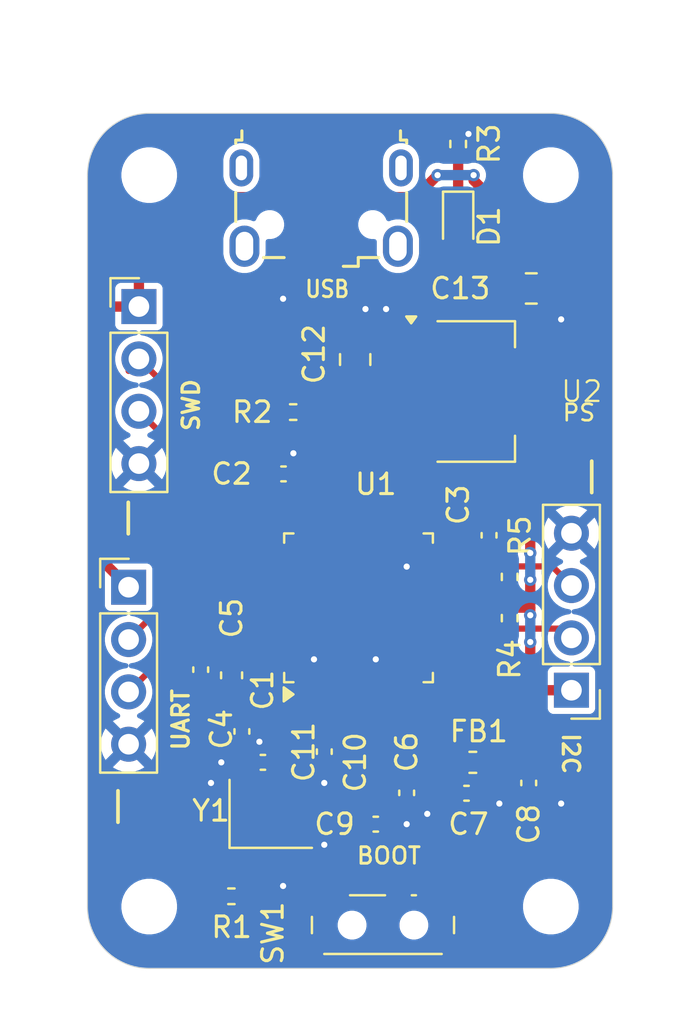
<source format=kicad_pcb>
(kicad_pcb (version 20241229) (generator "pcbnew") (generator_version "9.0")
  (layers (0 "F.Cu" signal) (2 "B.Cu" signal) (13 "F.Paste" user) (15 "B.Paste" user) (5 "F.SilkS" user "F.Silkscreen") (7 "B.SilkS" user "B.Silkscreen") (1 "F.Mask" user) (3 "B.Mask" user) (25 "Edge.Cuts" user))
  (net 0 "")
  (net 1 "GND")
  (net 2 "+3.3V")
  (net 3 "+3.3VA")
  (net 4 "/NRST")
  (net 5 "/HSE_OUT")
  (net 6 "/HSE_IN")
  (net 7 "VBUS")
  (net 8 "Net-(D1-K)")
  (net 13 "/USB_D-")
  (net 14 "/USB_D+")
  (net 16 "/SWCLK")
  (net 17 "/SWDIO")
  (net 18 "/USART1_RX")
  (net 19 "/USART1_TX")
  (net 20 "/I2C2_SCL")
  (net 21 "/I2C2_SDA")
  (net 22 "Net-(SW1-B)")
  (net 23 "Net-(U1-BOOT0)")
  (footprint "LED_SMD:LED_0603_1608Metric" (layer "F.Cu") (at 84.5 43.7875 -90)
    (property "Reference" "D1" (at 0.2125 -1.5 90) (layer "F.SilkS"))
    (property "Value" "RED")
    (pad "1" smd roundrect (at -0.7875 0 270) (size 0.875 0.95) (layers "F.Cu" "F.Mask" "F.Paste") (net 8 "Net-(D1-K)"))
    (pad "2" smd roundrect (at 0.7875 0 270) (size 0.875 0.95) (layers "F.Cu" "F.Mask" "F.Paste") (net 2 "+3.3V"))
  )
  (footprint "Capacitor_SMD:C_0402_1005Metric" (layer "F.Cu") (at 76.02 56)
    (property "Reference" "C2" (at -2.52 0 0) (layer "F.SilkS"))
    (property "Value" "100n")
    (pad "1" smd roundrect (at -0.48 0) (size 0.56 0.62) (layers "F.Cu" "F.Mask" "F.Paste") (net 2 "+3.3V"))
    (pad "2" smd roundrect (at 0.48 0) (size 0.56 0.62) (layers "F.Cu" "F.Mask" "F.Paste") (net 1 "GND"))
  )
  (footprint "Connector_PinHeader_2.54mm:PinHeader_1x04_P2.54mm_Vertical" (layer "F.Cu") (at 68.5 61.5)
    (property "Reference" "J3" (hide yes))
    (property "Value" "Conn_01x04_Pin")
    (pad "1" thru_hole rect (at 0 0) (size 1.7 1.7) (drill 1) (layers "*.Cu" "*.Mask") (net 2 "+3.3V"))
    (pad "2" thru_hole circle (at 0 2.54) (size 1.7 1.7) (drill 1) (layers "*.Cu" "*.Mask") (net 19 "/USART1_TX"))
    (pad "3" thru_hole circle (at 0 5.08) (size 1.7 1.7) (drill 1) (layers "*.Cu" "*.Mask") (net 18 "/USART1_RX"))
    (pad "4" thru_hole circle (at 0 7.62) (size 1.7 1.7) (drill 1) (layers "*.Cu" "*.Mask") (net 1 "GND"))
  )
  (footprint "Connector_PinHeader_2.54mm:PinHeader_1x04_P2.54mm_Vertical" (layer "F.Cu") (at 69 47.88)
    (property "Reference" "J2" (hide yes))
    (property "Value" "Conn_01x04_Pin")
    (pad "1" thru_hole rect (at 0 0) (size 1.7 1.7) (drill 1) (layers "*.Cu" "*.Mask") (net 2 "+3.3V"))
    (pad "2" thru_hole circle (at 0 2.54) (size 1.7 1.7) (drill 1) (layers "*.Cu" "*.Mask") (net 17 "/SWDIO"))
    (pad "3" thru_hole circle (at 0 5.08) (size 1.7 1.7) (drill 1) (layers "*.Cu" "*.Mask") (net 16 "/SWCLK"))
    (pad "4" thru_hole circle (at 0 7.62) (size 1.7 1.7) (drill 1) (layers "*.Cu" "*.Mask") (net 1 "GND"))
  )
  (footprint "Resistor_SMD:R_0402_1005Metric" (layer "F.Cu") (at 84.5 39.99 90)
    (property "Reference" "R3" (at 0.01 1.5 90) (layer "F.SilkS"))
    (property "Value" "1k5")
    (pad "1" smd roundrect (at -0.51 0 90) (size 0.54 0.64) (layers "F.Cu" "F.Mask" "F.Paste") (net 8 "Net-(D1-K)"))
    (pad "2" smd roundrect (at 0.51 0 90) (size 0.54 0.64) (layers "F.Cu" "F.Mask" "F.Paste") (net 1 "GND"))
  )
  (footprint "Capacitor_SMD:C_0402_1005Metric" (layer "F.Cu") (at 72 65.5 90)
    (property "Reference" "C1" (at -1 3 90) (layer "F.SilkS"))
    (property "Value" "100n")
    (pad "1" smd roundrect (at -0.48 0 90) (size 0.56 0.62) (layers "F.Cu" "F.Mask" "F.Paste") (net 2 "+3.3V"))
    (pad "2" smd roundrect (at 0.48 0 90) (size 0.56 0.62) (layers "F.Cu" "F.Mask" "F.Paste") (net 1 "GND"))
  )
  (footprint "Inductor_SMD:L_0603_1608Metric" (layer "F.Cu") (at 85.2125 70)
    (property "Reference" "FB1" (at 0.2875 -1.5 0) (layer "F.SilkS"))
    (property "Value" "120R")
    (pad "1" smd roundrect (at -0.7875 0) (size 0.875 0.95) (layers "F.Cu" "F.Mask" "F.Paste") (net 3 "+3.3VA"))
    (pad "2" smd roundrect (at 0.7875 0) (size 0.875 0.95) (layers "F.Cu" "F.Mask" "F.Paste") (net 2 "+3.3V"))
  )
  (footprint "Capacitor_SMD:C_0402_1005Metric" (layer "F.Cu") (at 80.5 73)
    (property "Reference" "C9" (at -2 0 0) (layer "F.SilkS"))
    (property "Value" "100n")
    (pad "1" smd roundrect (at -0.48 0) (size 0.56 0.62) (layers "F.Cu" "F.Mask" "F.Paste") (net 4 "/NRST"))
    (pad "2" smd roundrect (at 0.48 0) (size 0.56 0.62) (layers "F.Cu" "F.Mask" "F.Paste") (net 1 "GND"))
  )
  (footprint "Capacitor_SMD:C_0402_1005Metric" (layer "F.Cu") (at 84.905 71.5)
    (property "Reference" "C7" (at 0.095 1.5 0) (layer "F.SilkS"))
    (property "Value" "1u")
    (pad "1" smd roundrect (at -0.48 0) (size 0.56 0.62) (layers "F.Cu" "F.Mask" "F.Paste") (net 3 "+3.3VA"))
    (pad "2" smd roundrect (at 0.48 0) (size 0.56 0.62) (layers "F.Cu" "F.Mask" "F.Paste") (net 1 "GND"))
  )
  (footprint "Resistor_SMD:R_0402_1005Metric" (layer "F.Cu") (at 76.49 53 180)
    (property "Reference" "R2" (at 1.99 0 0) (layer "F.SilkS"))
    (property "Value" "1k5")
    (pad "1" smd roundrect (at -0.51 0 180) (size 0.54 0.64) (layers "F.Cu" "F.Mask" "F.Paste") (net 14 "/USB_D+"))
    (pad "2" smd roundrect (at 0.51 0 180) (size 0.54 0.64) (layers "F.Cu" "F.Mask" "F.Paste") (net 2 "+3.3V"))
  )
  (footprint "Resistor_SMD:R_0402_1005Metric" (layer "F.Cu") (at 87 63 90)
    (property "Reference" "R4" (at -2 0 90) (layer "F.SilkS"))
    (property "Value" "1k5")
    (pad "1" smd roundrect (at -0.51 0 90) (size 0.54 0.64) (layers "F.Cu" "F.Mask" "F.Paste") (net 20 "/I2C2_SCL"))
    (pad "2" smd roundrect (at 0.51 0 90) (size 0.54 0.64) (layers "F.Cu" "F.Mask" "F.Paste") (net 2 "+3.3V"))
  )
  (footprint "Capacitor_SMD:C_0402_1005Metric" (layer "F.Cu") (at 78 69.48 -90)
    (property "Reference" "C10" (at 0.52 -1.5 90) (layer "F.SilkS"))
    (property "Value" "10p")
    (pad "1" smd roundrect (at -0.48 0 270) (size 0.56 0.62) (layers "F.Cu" "F.Mask" "F.Paste") (net 5 "/HSE_OUT"))
    (pad "2" smd roundrect (at 0.48 0 270) (size 0.56 0.62) (layers "F.Cu" "F.Mask" "F.Paste") (net 1 "GND"))
  )
  (footprint "MountingHole:MountingHole_2.2mm_M2" (layer "F.Cu") (at 69.5 77)
    (property "Reference" "H4" (hide yes))
    (property "Value" "MountingHole")
    (pad "" np_thru_hole circle (at 0 0) (size 2.2 2.2) (drill 2.2) (layers "*.Cu" "*.Mask"))
  )
  (footprint "Resistor_SMD:R_0402_1005Metric" (layer "F.Cu") (at 73.49 76.5 180)
    (property "Reference" "R1" (at -0.01 -1.5 0) (layer "F.SilkS"))
    (property "Value" "10K")
    (pad "1" smd roundrect (at -0.51 0 180) (size 0.54 0.64) (layers "F.Cu" "F.Mask" "F.Paste") (net 22 "Net-(SW1-B)"))
    (pad "2" smd roundrect (at 0.51 0 180) (size 0.54 0.64) (layers "F.Cu" "F.Mask" "F.Paste") (net 23 "Net-(U1-BOOT0)"))
  )
  (footprint "Capacitor_SMD:C_0603_1608Metric" (layer "F.Cu") (at 73.5 65.775 90)
    (property "Reference" "C5" (at 2.775 0 90) (layer "F.SilkS"))
    (property "Value" "10u")
    (pad "1" smd roundrect (at -0.775 0 90) (size 0.9 0.95) (layers "F.Cu" "F.Mask" "F.Paste") (net 2 "+3.3V"))
    (pad "2" smd roundrect (at 0.775 0 90) (size 0.9 0.95) (layers "F.Cu" "F.Mask" "F.Paste") (net 1 "GND"))
  )
  (footprint "Capacitor_SMD:C_0805_2012Metric" (layer "F.Cu") (at 79.5 50.45 90)
    (property "Reference" "C12" (at 0.261252 -2 90) (layer "F.SilkS"))
    (property "Value" "22u")
    (pad "1" smd roundrect (at -0.95 0 90) (size 1 1.45) (layers "F.Cu" "F.Mask" "F.Paste") (net 7 "VBUS"))
    (pad "2" smd roundrect (at 0.95 0 90) (size 1 1.45) (layers "F.Cu" "F.Mask" "F.Paste") (net 1 "GND"))
  )
  (footprint "Package_TO_SOT_SMD:SOT-223-3_TabPin2" (layer "F.Cu") (at 85.35 52)
    (property "Reference" "U2" (at 5.15 0 0) (layer "F.SilkS") (effects (font (thickness 0.11))))
    (property "Value" "AMS1117-3.3")
    (pad "1" smd roundrect (at -3.15 -2.3) (size 2 1.5) (layers "F.Cu" "F.Mask" "F.Paste") (net 1 "GND"))
    (pad "2" smd roundrect (at -3.15 0) (size 2 1.5) (layers "F.Cu" "F.Mask" "F.Paste") (net 2 "+3.3V"))
    (pad "2" smd roundrect (at 3.15 0) (size 2 3.8) (layers "F.Cu" "F.Mask" "F.Paste") (net 2 "+3.3V"))
    (pad "3" smd roundrect (at -3.15 2.3) (size 2 1.5) (layers "F.Cu" "F.Mask" "F.Paste") (net 7 "VBUS"))
  )
  (footprint "Capacitor_SMD:C_0402_1005Metric" (layer "F.Cu") (at 87.925 71 -90)
    (property "Reference" "C8" (at 2 0 90) (layer "F.SilkS"))
    (property "Value" "1u")
    (pad "1" smd roundrect (at -0.48 0 270) (size 0.56 0.62) (layers "F.Cu" "F.Mask" "F.Paste") (net 2 "+3.3V"))
    (pad "2" smd roundrect (at 0.48 0 270) (size 0.56 0.62) (layers "F.Cu" "F.Mask" "F.Paste") (net 1 "GND"))
  )
  (footprint "Package_QFP:LQFP-48_7x7mm_P0.5mm" (layer "F.Cu") (at 79.6625 62.5 90)
    (property "Reference" "U1" (at 6 0.8375 180) (layer "F.SilkS"))
    (property "Value" "STM32F103C8T6")
    (pad "1" smd roundrect (at -4.1625 -2.75 90) (size 1.475 0.3) (layers "F.Cu" "F.Mask" "F.Paste") (net 2 "+3.3V"))
    (pad "2" smd roundrect (at -4.1625 -2.25 90) (size 1.475 0.3) (layers "F.Cu" "F.Mask" "F.Paste"))
    (pad "3" smd roundrect (at -4.1625 -1.75 90) (size 1.475 0.3) (layers "F.Cu" "F.Mask" "F.Paste"))
    (pad "4" smd roundrect (at -4.1625 -1.25 90) (size 1.475 0.3) (layers "F.Cu" "F.Mask" "F.Paste"))
    (pad "5" smd roundrect (at -4.1625 -0.75 90) (size 1.475 0.3) (layers "F.Cu" "F.Mask" "F.Paste") (net 6 "/HSE_IN"))
    (pad "6" smd roundrect (at -4.1625 -0.25 90) (size 1.475 0.3) (layers "F.Cu" "F.Mask" "F.Paste") (net 5 "/HSE_OUT"))
    (pad "7" smd roundrect (at -4.1625 0.25 90) (size 1.475 0.3) (layers "F.Cu" "F.Mask" "F.Paste") (net 4 "/NRST"))
    (pad "8" smd roundrect (at -4.1625 0.75 90) (size 1.475 0.3) (layers "F.Cu" "F.Mask" "F.Paste") (net 1 "GND"))
    (pad "9" smd roundrect (at -4.1625 1.25 90) (size 1.475 0.3) (layers "F.Cu" "F.Mask" "F.Paste") (net 3 "+3.3VA"))
    (pad "10" smd roundrect (at -4.1625 1.75 90) (size 1.475 0.3) (layers "F.Cu" "F.Mask" "F.Paste"))
    (pad "11" smd roundrect (at -4.1625 2.25 90) (size 1.475 0.3) (layers "F.Cu" "F.Mask" "F.Paste"))
    (pad "12" smd roundrect (at -4.1625 2.75 90) (size 1.475 0.3) (layers "F.Cu" "F.Mask" "F.Paste"))
    (pad "13" smd roundrect (at -2.75 4.1625 90) (size 0.3 1.475) (layers "F.Cu" "F.Mask" "F.Paste"))
    (pad "14" smd roundrect (at -2.25 4.1625 90) (size 0.3 1.475) (layers "F.Cu" "F.Mask" "F.Paste"))
    (pad "15" smd roundrect (at -1.75 4.1625 90) (size 0.3 1.475) (layers "F.Cu" "F.Mask" "F.Paste"))
    (pad "16" smd roundrect (at -1.25 4.1625 90) (size 0.3 1.475) (layers "F.Cu" "F.Mask" "F.Paste"))
    (pad "17" smd roundrect (at -0.75 4.1625 90) (size 0.3 1.475) (layers "F.Cu" "F.Mask" "F.Paste"))
    (pad "18" smd roundrect (at -0.25 4.1625 90) (size 0.3 1.475) (layers "F.Cu" "F.Mask" "F.Paste"))
    (pad "19" smd roundrect (at 0.25 4.1625 90) (size 0.3 1.475) (layers "F.Cu" "F.Mask" "F.Paste"))
    (pad "20" smd roundrect (at 0.75 4.1625 90) (size 0.3 1.475) (layers "F.Cu" "F.Mask" "F.Paste"))
    (pad "21" smd roundrect (at 1.25 4.1625 90) (size 0.3 1.475) (layers "F.Cu" "F.Mask" "F.Paste") (net 20 "/I2C2_SCL"))
    (pad "22" smd roundrect (at 1.75 4.1625 90) (size 0.3 1.475) (layers "F.Cu" "F.Mask" "F.Paste") (net 21 "/I2C2_SDA"))
    (pad "23" smd roundrect (at 2.25 4.1625 90) (size 0.3 1.475) (layers "F.Cu" "F.Mask" "F.Paste") (net 1 "GND"))
    (pad "24" smd roundrect (at 2.75 4.1625 90) (size 0.3 1.475) (layers "F.Cu" "F.Mask" "F.Paste") (net 2 "+3.3V"))
    (pad "25" smd roundrect (at 4.1625 2.75 90) (size 1.475 0.3) (layers "F.Cu" "F.Mask" "F.Paste"))
    (pad "26" smd roundrect (at 4.1625 2.25 90) (size 1.475 0.3) (layers "F.Cu" "F.Mask" "F.Paste"))
    (pad "27" smd roundrect (at 4.1625 1.75 90) (size 1.475 0.3) (layers "F.Cu" "F.Mask" "F.Paste"))
    (pad "28" smd roundrect (at 4.1625 1.25 90) (size 1.475 0.3) (layers "F.Cu" "F.Mask" "F.Paste"))
    (pad "29" smd roundrect (at 4.1625 0.75 90) (size 1.475 0.3) (layers "F.Cu" "F.Mask" "F.Paste"))
    (pad "30" smd roundrect (at 4.1625 0.25 90) (size 1.475 0.3) (layers "F.Cu" "F.Mask" "F.Paste"))
    (pad "31" smd roundrect (at 4.1625 -0.25 90) (size 1.475 0.3) (layers "F.Cu" "F.Mask" "F.Paste"))
    (pad "32" smd roundrect (at 4.1625 -0.75 90) (size 1.475 0.3) (layers "F.Cu" "F.Mask" "F.Paste") (net 13 "/USB_D-"))
    (pad "33" smd roundrect (at 4.1625 -1.25 90) (size 1.475 0.3) (layers "F.Cu" "F.Mask" "F.Paste") (net 14 "/USB_D+"))
    (pad "34" smd roundrect (at 4.1625 -1.75 90) (size 1.475 0.3) (layers "F.Cu" "F.Mask" "F.Paste") (net 17 "/SWDIO"))
    (pad "35" smd roundrect (at 4.1625 -2.25 90) (size 1.475 0.3) (layers "F.Cu" "F.Mask" "F.Paste") (net 1 "GND"))
    (pad "36" smd roundrect (at 4.1625 -2.75 90) (size 1.475 0.3) (layers "F.Cu" "F.Mask" "F.Paste") (net 2 "+3.3V"))
    (pad "37" smd roundrect (at 2.75 -4.1625 90) (size 0.3 1.475) (layers "F.Cu" "F.Mask" "F.Paste") (net 16 "/SWCLK"))
    (pad "38" smd roundrect (at 2.25 -4.1625 90) (size 0.3 1.475) (layers "F.Cu" "F.Mask" "F.Paste"))
    (pad "39" smd roundrect (at 1.75 -4.1625 90) (size 0.3 1.475) (layers "F.Cu" "F.Mask" "F.Paste"))
    (pad "40" smd roundrect (at 1.25 -4.1625 90) (size 0.3 1.475) (layers "F.Cu" "F.Mask" "F.Paste"))
    (pad "41" smd roundrect (at 0.75 -4.1625 90) (size 0.3 1.475) (layers "F.Cu" "F.Mask" "F.Paste"))
    (pad "42" smd roundrect (at 0.25 -4.1625 90) (size 0.3 1.475) (layers "F.Cu" "F.Mask" "F.Paste") (net 19 "/USART1_TX"))
    (pad "43" smd roundrect (at -0.25 -4.1625 90) (size 0.3 1.475) (layers "F.Cu" "F.Mask" "F.Paste") (net 18 "/USART1_RX"))
    (pad "44" smd roundrect (at -0.75 -4.1625 90) (size 0.3 1.475) (layers "F.Cu" "F.Mask" "F.Paste") (net 23 "Net-(U1-BOOT0)"))
    (pad "45" smd roundrect (at -1.25 -4.1625 90) (size 0.3 1.475) (layers "F.Cu" "F.Mask" "F.Paste"))
    (pad "46" smd roundrect (at -1.75 -4.1625 90) (size 0.3 1.475) (layers "F.Cu" "F.Mask" "F.Paste"))
    (pad "47" smd roundrect (at -2.25 -4.1625 90) (size 0.3 1.475) (layers "F.Cu" "F.Mask" "F.Paste") (net 1 "GND"))
    (pad "48" smd roundrect (at -2.75 -4.1625 90) (size 0.3 1.475) (layers "F.Cu" "F.Mask" "F.Paste") (net 2 "+3.3V"))
  )
  (footprint "MountingHole:MountingHole_2.2mm_M2" (layer "F.Cu") (at 69.5 41.5)
    (property "Reference" "H2" (hide yes))
    (property "Value" "MountingHole")
    (pad "" np_thru_hole circle (at 0 0) (size 2.2 2.2) (drill 2.2) (layers "*.Cu" "*.Mask"))
  )
  (footprint "Capacitor_SMD:C_0402_1005Metric" (layer "F.Cu") (at 82 71.48 -90)
    (property "Reference" "C6" (at -1.98 0 90) (layer "F.SilkS"))
    (property "Value" "10n")
    (pad "1" smd roundrect (at -0.48 0 270) (size 0.56 0.62) (layers "F.Cu" "F.Mask" "F.Paste") (net 3 "+3.3VA"))
    (pad "2" smd roundrect (at 0.48 0 270) (size 0.56 0.62) (layers "F.Cu" "F.Mask" "F.Paste") (net 1 "GND"))
  )
  (footprint "Capacitor_SMD:C_0805_2012Metric" (layer "F.Cu") (at 88.05 47)
    (property "Reference" "C13" (at -3.45 0 0) (layer "F.SilkS"))
    (property "Value" "22u")
    (pad "1" smd roundrect (at -0.95 0) (size 1 1.45) (layers "F.Cu" "F.Mask" "F.Paste") (net 2 "+3.3V"))
    (pad "2" smd roundrect (at 0.95 0) (size 1 1.45) (layers "F.Cu" "F.Mask" "F.Paste") (net 1 "GND"))
  )
  (footprint "Capacitor_SMD:C_0402_1005Metric" (layer "F.Cu") (at 86 58.98 -90)
    (property "Reference" "C3" (at -1.48 1.5 90) (layer "F.SilkS"))
    (property "Value" "100n")
    (pad "1" smd roundrect (at -0.48 0 270) (size 0.56 0.62) (layers "F.Cu" "F.Mask" "F.Paste") (net 2 "+3.3V"))
    (pad "2" smd roundrect (at 0.48 0 270) (size 0.56 0.62) (layers "F.Cu" "F.Mask" "F.Paste") (net 1 "GND"))
  )
  (footprint "MountingHole:MountingHole_2.2mm_M2" (layer "F.Cu") (at 89 77)
    (property "Reference" "H3" (hide yes))
    (property "Value" "MountingHole")
    (pad "" np_thru_hole circle (at 0 0) (size 2.2 2.2) (drill 2.2) (layers "*.Cu" "*.Mask"))
  )
  (footprint "Crystal:Crystal_SMD_3225-4Pin_3.2x2.5mm" (layer "F.Cu") (at 75.4 72.5)
    (property "Reference" "Y1" (at -2.9 -0.15 180) (layer "F.SilkS"))
    (property "Value" "Crystal_GND24")
    (pad "1" smd rect (at -1.1 0.85) (size 1.4 1.2) (layers "F.Cu" "F.Mask" "F.Paste") (net 6 "/HSE_IN"))
    (pad "2" smd rect (at 1.1 0.85) (size 1.4 1.2) (layers "F.Cu" "F.Mask" "F.Paste") (net 1 "GND"))
    (pad "3" smd rect (at 1.1 -0.85) (size 1.4 1.2) (layers "F.Cu" "F.Mask" "F.Paste") (net 5 "/HSE_OUT"))
    (pad "4" smd rect (at -1.1 -0.85) (size 1.4 1.2) (layers "F.Cu" "F.Mask" "F.Paste") (net 1 "GND"))
  )
  (footprint "MountingHole:MountingHole_2.2mm_M2" (layer "F.Cu") (at 89 41.5)
    (property "Reference" "H1" (hide yes))
    (property "Value" "MountingHole")
    (pad "" np_thru_hole circle (at 0 0) (size 2.2 2.2) (drill 2.2) (layers "*.Cu" "*.Mask"))
  )
  (footprint "Connector_USB:USB_Micro-B_Wuerth_629105150521" (layer "F.Cu") (at 77.85 43.1 180)
    (property "Reference" "J1" (hide yes))
    (property "Value" "USB_B_Micro")
    (pad "" np_thru_hole oval (at -2.5 -0.8 180) (size 0.8 0.8) (drill 0.8) (layers "*.Cu" "*.Mask"))
    (pad "" np_thru_hole oval (at 2.5 -0.8 180) (size 0.8 0.8) (drill 0.8) (layers "*.Cu" "*.Mask"))
    (pad "1" smd rect (at -1.3 -1.9 180) (size 0.45 1.3) (layers "F.Cu" "F.Mask" "F.Paste") (net 7 "VBUS"))
    (pad "2" smd rect (at -0.65 -1.9 180) (size 0.45 1.3) (layers "F.Cu" "F.Mask" "F.Paste") (net 13 "/USB_D-"))
    (pad "3" smd rect (at 0 -1.9 180) (size 0.45 1.3) (layers "F.Cu" "F.Mask" "F.Paste") (net 14 "/USB_D+"))
    (pad "4" smd rect (at 0.65 -1.9 180) (size 0.45 1.3) (layers "F.Cu" "F.Mask" "F.Paste"))
    (pad "5" smd rect (at 1.3 -1.9 180) (size 0.45 1.3) (layers "F.Cu" "F.Mask" "F.Paste") (net 1 "GND"))
    (pad "6" thru_hole oval (at -3.875 1.95 180) (size 1.15 1.8) (drill oval 0.55 1.2) (property pad_prop_heatsink) (layers "*.Cu" "*.Mask"))
    (pad "6" thru_hole oval (at -3.725 -1.85 180) (size 1.45 2) (drill oval 0.85 1.4) (property pad_prop_heatsink) (layers "*.Cu" "*.Mask"))
    (pad "6" thru_hole oval (at 3.725 -1.85 180) (size 1.45 2) (drill oval 0.85 1.4) (property pad_prop_heatsink) (layers "*.Cu" "*.Mask"))
    (pad "6" thru_hole oval (at 3.875 1.95 180) (size 1.15 1.8) (drill oval 0.55 1.2) (property pad_prop_heatsink) (layers "*.Cu" "*.Mask"))
  )
  (footprint "Button_Switch_SMD:SW_SPDT_PCM12" (layer "F.Cu") (at 80.85 77.57)
    (property "Reference" "SW1" (at -5.35 0.72 90) (layer "F.SilkS"))
    (property "Value" "SW_SPDT")
    (pad "" smd rect (at -3.65 -0.78) (size 1 0.8) (layers "F.Cu" "F.Mask" "F.Paste"))
    (pad "" smd rect (at -3.65 1.43) (size 1 0.8) (layers "F.Cu" "F.Mask" "F.Paste"))
    (pad "" np_thru_hole circle (at -1.5 0.33) (size 0.9 0.9) (drill 0.9) (layers "*.Cu" "*.Mask"))
    (pad "" np_thru_hole circle (at 1.5 0.33) (size 0.9 0.9) (drill 0.9) (layers "*.Cu" "*.Mask"))
    (pad "" smd rect (at 3.65 -0.78) (size 1 0.8) (layers "F.Cu" "F.Mask" "F.Paste"))
    (pad "" smd rect (at 3.65 1.43) (size 1 0.8) (layers "F.Cu" "F.Mask" "F.Paste"))
    (pad "1" smd rect (at -2.25 -1.43) (size 0.7 1.5) (layers "F.Cu" "F.Mask" "F.Paste") (net 1 "GND"))
    (pad "2" smd rect (at 0.75 -1.43) (size 0.7 1.5) (layers "F.Cu" "F.Mask" "F.Paste") (net 22 "Net-(SW1-B)"))
    (pad "3" smd rect (at 2.25 -1.43) (size 0.7 1.5) (layers "F.Cu" "F.Mask" "F.Paste") (net 2 "+3.3V"))
  )
  (footprint "Connector_PinHeader_2.54mm:PinHeader_1x04_P2.54mm_Vertical" (layer "F.Cu") (at 90 66.5 180)
    (property "Reference" "J4" (hide yes))
    (property "Value" "Conn_01x04_Pin")
    (pad "1" thru_hole rect (at 0 0 180) (size 1.7 1.7) (drill 1) (layers "*.Cu" "*.Mask") (net 2 "+3.3V"))
    (pad "2" thru_hole circle (at 0 2.54 180) (size 1.7 1.7) (drill 1) (layers "*.Cu" "*.Mask") (net 20 "/I2C2_SCL"))
    (pad "3" thru_hole circle (at 0 5.08 180) (size 1.7 1.7) (drill 1) (layers "*.Cu" "*.Mask") (net 21 "/I2C2_SDA"))
    (pad "4" thru_hole circle (at 0 7.62 180) (size 1.7 1.7) (drill 1) (layers "*.Cu" "*.Mask") (net 1 "GND"))
  )
  (footprint "Capacitor_SMD:C_0402_1005Metric" (layer "F.Cu") (at 74 68.5 -90)
    (property "Reference" "C4" (at -0.107836 1 90) (layer "F.SilkS"))
    (property "Value" "100n")
    (pad "1" smd roundrect (at -0.48 0 270) (size 0.56 0.62) (layers "F.Cu" "F.Mask" "F.Paste") (net 2 "+3.3V"))
    (pad "2" smd roundrect (at 0.48 0 270) (size 0.56 0.62) (layers "F.Cu" "F.Mask" "F.Paste") (net 1 "GND"))
  )
  (footprint "Resistor_SMD:R_0402_1005Metric" (layer "F.Cu") (at 87 61 -90)
    (property "Reference" "R5" (at -2 -0.5 90) (layer "F.SilkS"))
    (property "Value" "1k5")
    (pad "1" smd roundrect (at -0.51 0 270) (size 0.54 0.64) (layers "F.Cu" "F.Mask" "F.Paste") (net 21 "/I2C2_SDA"))
    (pad "2" smd roundrect (at 0.51 0 270) (size 0.54 0.64) (layers "F.Cu" "F.Mask" "F.Paste") (net 2 "+3.3V"))
  )
  (footprint "Capacitor_SMD:C_0402_1005Metric" (layer "F.Cu") (at 75.02 70 180)
    (property "Reference" "C11" (at -1.98 0.5 90) (layer "F.SilkS"))
    (property "Value" "10p")
    (pad "1" smd roundrect (at -0.48 0 180) (size 0.56 0.62) (layers "F.Cu" "F.Mask" "F.Paste") (net 6 "/HSE_IN"))
    (pad "2" smd roundrect (at 0.48 0 180) (size 0.56 0.62) (layers "F.Cu" "F.Mask" "F.Paste") (net 1 "GND"))
  )
  (gr_line (start 69.5 38.5) (end 89 38.5) (stroke (width 0.05)) (layer "Edge.Cuts"))
  (gr_line (start 89 80) (end 69.5 80) (stroke (width 0.05)) (layer "Edge.Cuts"))
  (gr_arc (start 89 38.5) (mid 91.12132 39.37868) (end 92 41.5) (stroke (width 0.05)) (layer "Edge.Cuts"))
  (gr_arc (start 66.5 41.5) (mid 67.37868 39.37868) (end 69.5 38.5) (stroke (width 0.05)) (layer "Edge.Cuts"))
  (gr_arc (start 69.5 80) (mid 67.37868 79.12132) (end 66.5 77) (stroke (width 0.05)) (layer "Edge.Cuts"))
  (gr_arc (start 92 77) (mid 91.12132 79.12132) (end 89 80) (stroke (width 0.05)) (layer "Edge.Cuts"))
  (gr_line (start 66.5 77) (end 66.5 41.5) (stroke (width 0.05)) (layer "Edge.Cuts"))
  (gr_line (start 92 77) (end 92 41.5) (stroke (width 0.05)) (layer "Edge.Cuts"))
  (gr_text "SWD" (at 72 54 90) (layer "F.SilkS") (effects (font (size 0.8 0.8) (thickness 0.16) (bold yes)) (justify left bottom)))
  (gr_text "PS" (at 89.5 53.5 0) (layer "F.SilkS") (effects (font (size 0.8 0.8) (thickness 0.125) (bold yes)) (justify left bottom)))
  (gr_text "USB" (at 77 47.5 0) (layer "F.SilkS") (effects (font (size 0.8 0.7) (thickness 0.14) (bold yes)) (justify left bottom)))
  (gr_text "-" (at 69.5 59.5 90) (layer "F.SilkS") (effects (font (size 2 2) (thickness 0.18)) (justify left bottom)))
  (gr_text "UART" (at 71.5 69.5 90) (layer "F.SilkS") (effects (font (size 0.8 0.8) (thickness 0.16) (bold yes)) (justify left bottom)))
  (gr_text "BOOT" (at 79.5 75 0) (layer "F.SilkS") (effects (font (size 0.8 0.8) (thickness 0.14) (bold yes)) (justify left bottom)))
  (gr_text "I2C" (at 89.5 68.5 270) (layer "F.SilkS") (effects (font (size 0.8 0.8) (thickness 0.16) (bold yes)) (justify left bottom)))
  (gr_text "-" (at 92 57.5 90) (layer "F.SilkS") (effects (font (size 2 2) (thickness 0.18)) (justify left bottom)))
  (gr_text "-" (at 69 73.5 90) (layer "F.SilkS") (effects (font (size 2 2) (thickness 0.18)) (justify left bottom)))
  (segment (start 76.5 75.5) (end 77.96 75.5) (width 0.5) (layer "F.Cu") (net 1))
  (segment (start 84.5 39.48) (end 84.98 39.48) (width 0.5) (layer "F.Cu") (net 1))
  (segment (start 75.5 64.75) (end 77.25 64.75) (width 0.3) (layer "F.Cu") (net 1))
  (segment (start 78 69.96) (end 78 71) (width 0.5) (layer "F.Cu") (net 1))
  (segment (start 77.5 73) (end 76.5 73) (width 0.5) (layer "F.Cu") (net 1))
  (segment (start 74.54 70) (end 73 70) (width 0.5) (layer "F.Cu") (net 1))
  (segment (start 88.98 71.48) (end 89.5 72) (width 0.5) (layer "F.Cu") (net 1))
  (segment (start 76 76) (end 76.5 75.5) (width 0.5) (layer "F.Cu") (net 1))
  (segment (start 82 73) (end 80.98 73) (width 0.5) (layer "F.Cu") (net 1))
  (segment (start 73.48 65.02) (end 73.5 65) (width 0.5) (layer "F.Cu") (net 1))
  (segment (start 80.4125 66.6625) (end 80.4125 71.4125) (width 0.3) (layer "F.Cu") (net 1))
  (segment (start 82.25 60.25) (end 82 60.5) (width 0.3) (layer "F.Cu") (net 1))
  (segment (start 76.5 56) (end 76.5 55) (width 0.5) (layer "F.Cu") (net 1))
  (segment (start 76.55 46.95) (end 76 47.5) (width 0.3) (layer "F.Cu") (net 1))
  (segment (start 76 76) (end 75.979484 76.020516) (width 0.5) (layer "F.Cu") (net 1))
  (segment (start 78 74) (end 78 73.5) (width 0.5) (layer "F.Cu") (net 1))
  (segment (start 72.8 71.3) (end 72.5 71) (width 0.5) (layer "F.Cu") (net 1))
  (segment (start 82 71.96) (end 82.46 71.96) (width 0.5) (layer "F.Cu") (net 1))
  (segment (start 83.825 60.25) (end 84.75 60.25) (width 0.3) (layer "F.Cu") (net 1))
  (segment (start 74.3 71.3) (end 72.8 71.3) (width 0.5) (layer "F.Cu") (net 1))
  (segment (start 87.925 71.48) (end 88.98 71.48) (width 0.5) (layer "F.Cu") (net 1))
  (segment (start 77.25 64.75) (end 77.5 65) (width 0.3) (layer "F.Cu") (net 1))
  (segment (start 79.5 48.5) (end 80 48) (width 0.5) (layer "F.Cu") (net 1))
  (segment (start 87.905 71.5) (end 87.925 71.48) (width 0.3) (layer "F.Cu") (net 1))
  (segment (start 84.98 39.48) (end 85 39.5) (width 0.5) (layer "F.Cu") (net 1))
  (segment (start 89 48) (end 89.5 48.5) (width 0.5) (layer "F.Cu") (net 1))
  (segment (start 72 65.02) (end 73.48 65.02) (width 0.5) (layer "F.Cu") (net 1))
  (segment (start 82.2 49.7) (end 82.2 49.2) (width 0.5) (layer "F.Cu") (net 1))
  (segment (start 85.54 59.46) (end 86 59.46) (width 0.3) (layer "F.Cu") (net 1))
  (segment (start 80.4125 65.0875) (end 80.5 65) (width 0.3) (layer "F.Cu") (net 1))
  (segment (start 89 47) (end 89 48) (width 0.5) (layer "F.Cu") (net 1))
  (segment (start 76.55 45) (end 76.55 46.95) (width 0.3) (layer "F.Cu") (net 1))
  (segment (start 74.83 68.98) (end 74.85 69) (width 0.3) (layer "F.Cu") (net 1))
  (segment (start 77.4125 58.3375) (end 77.4125 56.308243) (width 0.3) (layer "F.Cu") (net 1))
  (segment (start 77.4125 56.308243) (end 77.104257 56) (width 0.3) (layer "F.Cu") (net 1))
  (segment (start 77.96 75.5) (end 78.6 76.14) (width 0.5) (layer "F.Cu") (net 1))
  (segment (start 89 47) (end 89 46.25) (width 0.5) (layer "F.Cu") (net 1))
  (segment (start 84.75 60.25) (end 85.54 59.46) (width 0.3) (layer "F.Cu") (net 1))
  (segment (start 77.104257 56) (end 76.5 56) (width 0.3) (layer "F.Cu") (net 1))
  (segment (start 83.825 60.25) (end 82.25 60.25) (width 0.3) (layer "F.Cu") (net 1))
  (segment (start 82.46 71.96) (end 83 72.5) (width 0.5) (layer "F.Cu") (net 1))
  (segment (start 86 71.5) (end 86.5 72) (width 0.5) (layer "F.Cu") (net 1))
  (segment (start 85.385 71.5) (end 86 71.5) (width 0.5) (layer "F.Cu") (net 1))
  (segment (start 74 68.98) (end 74.83 68.98) (width 0.3) (layer "F.Cu") (net 1))
  (segment (start 84.5 39.48) (end 84.5 39.5) (width 0.5) (layer "F.Cu") (net 1))
  (segment (start 80.4125 71.4125) (end 80.96 71.96) (width 0.3) (layer "F.Cu") (net 1))
  (segment (start 80.96 71.96) (end 82 71.96) (width 0.3) (layer "F.Cu") (net 1))
  (segment (start 80.4125 66.6625) (end 80.4125 65.0875) (width 0.3) (layer "F.Cu") (net 1))
  (segment (start 79.5 49.5) (end 79.5 48.5) (width 0.5) (layer "F.Cu") (net 1))
  (segment (start 78 73.5) (end 77.5 73) (width 0.5) (layer "F.Cu") (net 1))
  (segment (start 75.5 64.75) (end 73.25 64.75) (width 0.3) (layer "F.Cu") (net 1))
  (segment (start 82.2 49.2) (end 81 48) (width 0.5) (layer "F.Cu") (net 1))
  (via (at 77.5 65) (size 0.6) (drill 0.3) (layers "F.Cu" "B.Cu") (net 1))
  (via (at 73 70) (size 0.7) (drill 0.3) (layers "F.Cu" "B.Cu") (net 1))
  (via (at 78 71) (size 0.6) (drill 0.3) (layers "F.Cu" "B.Cu") (net 1))
  (via (at 86.5 72) (size 0.6) (drill 0.3) (layers "F.Cu" "B.Cu") (net 1))
  (via (at 89.5 48.5) (size 0.6) (drill 0.3) (layers "F.Cu" "B.Cu") (net 1))
  (via (at 80 48) (size 0.6) (drill 0.3) (layers "F.Cu" "B.Cu") (net 1))
  (via (at 76 76) (size 0.6) (drill 0.3) (layers "F.Cu" "B.Cu") (net 1))
  (via (at 76.5 55) (size 0.6) (drill 0.3) (layers "F.Cu" "B.Cu") (net 1))
  (via (at 74.85 69) (size 0.6) (drill 0.3) (layers "F.Cu" "B.Cu") (net 1))
  (via (at 76 47.5) (size 0.6) (drill 0.3) (layers "F.Cu" "B.Cu") (net 1))
  (via (at 80.5 65) (size 0.6) (drill 0.3) (layers "F.Cu" "B.Cu") (net 1))
  (via (at 78 74) (size 0.6) (drill 0.3) (layers "F.Cu" "B.Cu") (net 1))
  (via (at 83 72.5) (size 0.6) (drill 0.3) (layers "F.Cu" "B.Cu") (net 1))
  (via (at 82 60.5) (size 0.6) (drill 0.3) (layers "F.Cu" "B.Cu") (net 1))
  (via (at 82 73) (size 0.6) (drill 0.3) (layers "F.Cu" "B.Cu") (net 1))
  (via (at 89.5 72) (size 0.6) (drill 0.3) (layers "F.Cu" "B.Cu") (net 1))
  (via (at 85 39.5) (size 0.6) (drill 0.3) (layers "F.Cu" "B.Cu") (net 1))
  (via (at 72.5 71) (size 0.6) (drill 0.3) (layers "F.Cu" "B.Cu") (net 1))
  (via (at 81 48) (size 0.6) (drill 0.3) (layers "F.Cu" "B.Cu") (net 1))
  (segment (start 76.9115 57) (end 76.9125 57.001) (width 0.3) (layer "F.Cu") (net 2))
  (segment (start 87.99 62.49) (end 87 62.49) (width 0.5) (layer "F.Cu") (net 2))
  (segment (start 75.54 56.54) (end 75.54 56) (width 0.3) (layer "F.Cu") (net 2))
  (segment (start 86.701 74.799) (end 83 74.799) (width 0.5) (layer "F.Cu") (net 2))
  (segment (start 67.12 47.88) (end 67 48) (width 0.5) (layer "F.Cu") (net 2))
  (segment (start 86 70) (end 86 67.5) (width 0.5) (layer "F.Cu") (net 2))
  (segment (start 75.54 56.54) (end 76 57) (width 0.3) (layer "F.Cu") (net 2))
  (segment (start 86 58.5) (end 85.5 58.5) (width 0.3) (layer "F.Cu") (net 2))
  (segment (start 88 73.5) (end 86.701 74.799) (width 0.5) (layer "F.Cu") (net 2))
  (segment (start 74 54.5) (end 75.5 56) (width 0.5) (layer "F.Cu") (net 2))
  (segment (start 82.17815 42.569) (end 82.24715 42.5) (width 0.5) (layer "F.Cu") (net 2))
  (segment (start 67 48) (end 67 60) (width 0.5) (layer "F.Cu") (net 2))
  (segment (start 82.24715 42.5) (end 82.5 42.5) (width 0.5) (layer "F.Cu") (net 2))
  (segment (start 75.5 56) (end 75.54 56) (width 0.5) (layer "F.Cu") (net 2))
  (segment (start 73.45285 42.5) (end 73.52185 42.569) (width 0.5) (layer "F.Cu") (net 2))
  (segment (start 69 45.5) (end 70.25 44.25) (width 0.5) (layer "F.Cu") (net 2))
  (segment (start 69 47.88) (end 69 45.5) (width 0.5) (layer "F.Cu") (net 2))
  (segment (start 90.5 56) (end 90.5 52) (width 0.5) (layer "F.Cu") (net 2))
  (segment (start 74.42815 42.569) (end 74.49715 42.5) (width 0.5) (layer "F.Cu") (net 2))
  (segment (start 71 73) (end 72.799 74.799) (width 0.5) (layer "F.Cu") (net 2))
  (segment (start 74.5 53) (end 74 53.5) (width 0.5) (layer "F.Cu") (net 2))
  (segment (start 74.5 53) (end 75.98 53) (width 0.5) (layer "F.Cu") (net 2))
  (segment (start 69 47.88) (end 67.12 47.88) (width 0.5) (layer "F.Cu") (net 2))
  (segment (start 72.799 74.799) (end 83 74.799) (width 0.5) (layer "F.Cu") (net 2))
  (segment (start 71.02 68.02) (end 71 68) (width 0.5) (layer "F.Cu") (net 2))
  (segment (start 72.93 65.98) (end 73.5 66.55) (width 0.5) (layer "F.Cu") (net 2))
  (segment (start 87.5 67.5) (end 88 68) (width 0.5) (layer "F.Cu") (net 2))
  (segment (start 76.9125 67.499) (end 76.292479 67.499) (width 0.3) (layer "F.Cu") (net 2))
  (segment (start 76.9125 66.6625) (end 76.9125 67.499) (width 0.3) (layer "F.Cu") (net 2))
  (segment (start 76 57) (end 76.9115 57) (width 0.3) (layer "F.Cu") (net 2))
  (segment (start 87.1 47) (end 87.1 45.6) (width 0.5) (layer "F.Cu") (net 2))
  (segment (start 84.54148 59.75) (end 83.825 59.75) (width 0.3) (layer "F.Cu") (net 2))
  (segment (start 88 62.5) (end 88 61.14) (width 0.5) (layer "F.Cu") (net 2))
  (segment (start 86 70) (end 87.405 70) (width 0.3) (layer "F.Cu") (net 2))
  (segment (start 73.52185 42.569) (end 74.42815 42.569) (width 0.5) (layer "F.Cu") (net 2))
  (segment (start 75.77148 68.02) (end 74 68.02) (width 0.3) (layer "F.Cu") (net 2))
  (segment (start 83.1 74.899) (end 83 74.799) (width 0.5) (layer "F.Cu") (net 2))
  (segment (start 82.5 42.5) (end 83.5 41.5) (width 0.5) (layer "F.Cu") (net 2))
  (segment (start 88 62.86) (end 88 62.5) (width 0.5) (layer "F.Cu") (net 2))
  (segment (start 88 66.5) (end 88 64.16) (width 0.5) (layer "F.Cu") (net 2))
  (segment (start 89.5 69) (end 90.5 70) (width 0.5) (layer "F.Cu") (net 2))
  (segment (start 90 56.5) (end 90.5 56) (width 0.5) (layer "F.Cu") (net 2))
  (segment (start 72 65.98) (end 72.93 65.98) (width 0.5) (layer "F.Cu") (net 2))
  (segment (start 82.2 52) (end 88.5 52) (width 0.5) (layer "F.Cu") (net 2))
  (segment (start 90.5 73) (end 90 73.5) (width 0.5) (layer "F.Cu") (net 2))
  (segment (start 85.5 58.5) (end 85 59) (width 0.3) (layer "F.Cu") (net 2))
  (segment (start 70.25 44.25) (end 72 42.5) (width 0.5) (layer "F.Cu") (net 2))
  (segment (start 83.1 76.14) (end 83.1 74.899) (width 0.5) (layer "F.Cu") (net 2))
  (segment (start 90 45.5) (end 87 45.5) (width 0.5) (layer "F.Cu") (net 2))
  (segment (start 87 45.5) (end 84.5 45.5) (width 0.5) (layer "F.Cu") (net 2))
  (segment (start 74.49715 42.5) (end 81.20285 42.5) (width 0.5) (layer "F.Cu") (net 2))
  (segment (start 90.5 70) (end 90.5 73) (width 0.5) (layer "F.Cu") (net 2))
  (segment (start 75.98 53) (end 75.98 49.98) (width 0.5) (layer "F.Cu") (net 2))
  (segment (start 88 69) (end 89.5 69) (width 0.5) (layer "F.Cu") (net 2))
  (segment (start 75.5 65.25) (end 74.8 65.25) (width 0.3) (layer "F.Cu") (net 2))
  (segment (start 85 59.29148) (end 84.54148 59.75) (width 0.3) (layer "F.Cu") (net 2))
  (segment (start 73.98 68) (end 74 68.02) (width 0.5) (layer "F.Cu") (net 2))
  (segment (start 88 68) (end 88 66.5) (width 0.5) (layer "F.Cu") (net 2))
  (segment (start 67 60) (end 68.5 61.5) (width 0.5) (layer "F.Cu") (net 2))
  (segment (start 88 59.84) (end 88 58.5) (width 0.5) (layer "F.Cu") (net 2))
  (segment (start 87 43.5) (end 87 45.5) (width 0.5) (layer "F.Cu") (net 2))
  (segment (start 88 57) (end 88.5 56.5) (width 0.5) (layer "F.Cu") (net 2))
  (segment (start 81.27185 42.569) (end 82.17815 42.569) (width 0.5) (layer "F.Cu") (net 2))
  (segment (start 84.5 45.5) (end 84.5 44.575) (width 0.5) (layer "F.Cu") (net 2))
  (segment (start 71 66.5) (end 71 68) (width 0.5) (layer "F.Cu") (net 2))
  (segment (start 75.98 49.98) (end 71 45) (width 0.5) (layer "F.Cu") (net 2))
  (segment (start 74.8 65.25) (end 73.5 66.55) (width 0.3) (layer "F.Cu") (net 2))
  (segment (start 75.5 56.04) (end 75.54 56) (width 0.3) (layer "F.Cu") (net 2))
  (segment (start 85 59) (end 85 59.29148) (width 0.3) (layer "F.Cu") (net 2))
  (segment (start 81.20285 42.5) (end 81.27185 42.569) (width 0.5) (layer "F.Cu") (net 2))
  (segment (start 76.9125 57.001) (end 76.9125 58.3375) (width 0.3) (layer "F.Cu") (net 2))
  (segment (start 90.5 52) (end 90.5 46) (width 0.5) (layer "F.Cu") (net 2))
  (segment (start 86 67.5) (end 87.5 67.5) (width 0.5) (layer "F.Cu") (net 2))
  (segment (start 71 45) (end 70.25 44.25) (width 0.5) (layer "F.Cu") (net 2))
  (segment (start 90 73.5) (end 88 73.5) (width 0.5) (layer "F.Cu") (net 2))
  (segment (start 74 53.5) (end 74 54.5) (width 0.5) (layer "F.Cu") (net 2))
  (segment (start 71 68) (end 71 73) (width 0.5) (layer "F.Cu") (net 2))
  (segment (start 72 42.5) (end 73.45285 42.5) (width 0.5) (layer "F.Cu") (net 2))
  (segment (start 72 65.98) (end 71.52 65.98) (width 0.5) (layer "F.Cu") (net 2))
  (segment (start 71.52 65.98) (end 71 66.5) (width 0.5) (layer "F.Cu") (net 2))
  (segment (start 88.5 52) (end 90.5 52) (width 0.5) (layer "F.Cu") (net 2))
  (segment (start 87.1 45.6) (end 87 45.5) (width 0.5) (layer "F.Cu") (net 2))
  (segment (start 88 68) (end 88 69) (width 0.5) (layer "F.Cu") (net 2))
  (segment (start 87.405 70) (end 87.925 70.52) (width 0.3) (layer "F.Cu") (net 2))
  (segment (start 76.292479 67.499) (end 75.77148 68.02) (width 0.3) (layer "F.Cu") (net 2))
  (segment (start 85.25 41.75) (end 87 43.5) (width 0.5) (layer "F.Cu") (net 2))
  (segment (start 87 61.51) (end 87 62.49) (width 0.5) (layer "F.Cu") (net 2))
  (segment (start 88 62.5) (end 87.99 62.49) (width 0.5) (layer "F.Cu") (net 2))
  (segment (start 88.5 56.5) (end 90 56.5) (width 0.5) (layer "F.Cu") (net 2))
  (segment (start 74 68.02) (end 71.02 68.02) (width 0.5) (layer "F.Cu") (net 2))
  (segment (start 85.25 41.5) (end 85.25 41.75) (width 0.5) (layer "F.Cu") (net 2))
  (segment (start 88 58.5) (end 88 57) (width 0.5) (layer "F.Cu") (net 2))
  (segment (start 90.5 46) (end 90 45.5) (width 0.5) (layer "F.Cu") (net 2))
  (segment (start 88 66.5) (end 90 66.5) (width 0.5) (layer "F.Cu") (net 2))
  (segment (start 86 58.5) (end 88 58.5) (width 0.5) (layer "F.Cu") (net 2))
  (via (at 88 59.84) (size 0.6) (drill 0.3) (layers "F.Cu" "B.Cu") (net 2))
  (via (at 88 64.16) (size 0.6) (drill 0.3) (layers "F.Cu" "B.Cu") (net 2))
  (via (at 88 62.86) (size 0.6) (drill 0.3) (layers "F.Cu" "B.Cu") (net 2))
  (via (at 88 61.14) (size 0.6) (drill 0.3) (layers "F.Cu" "B.Cu") (net 2))
  (via (at 85.25 41.5) (size 0.6) (drill 0.3) (layers "F.Cu" "B.Cu") (net 2))
  (via (at 83.5 41.5) (size 0.6) (drill 0.3) (layers "F.Cu" "B.Cu") (net 2))
  (segment (start 88 61.14) (end 88 59.84) (width 0.5) (layer "B.Cu") (net 2))
  (segment (start 85.25 41.5) (end 83.5 41.5) (width 0.5) (layer "B.Cu") (net 2))
  (segment (start 88 64.16) (end 88 62.86) (width 0.5) (layer "B.Cu") (net 2))
  (segment (start 82 71) (end 83 71) (width 0.3) (layer "F.Cu") (net 3))
  (segment (start 80.9125 70.9125) (end 80.9125 66.6625) (width 0.3) (layer "F.Cu") (net 3))
  (segment (start 84.425 70) (end 83 70) (width 0.3) (layer "F.Cu") (net 3))
  (segment (start 84.425 71.5) (end 84.425 70) (width 0.3) (layer "F.Cu") (net 3))
  (segment (start 83 70) (end 83 71) (width 0.3) (layer "F.Cu") (net 3))
  (segment (start 81 71) (end 80.9125 70.9125) (width 0.3) (layer "F.Cu") (net 3))
  (segment (start 81 71) (end 82 71) (width 0.3) (layer "F.Cu") (net 3))
  (segment (start 79.9125 72.237) (end 80.02 72.3445) (width 0.3) (layer "F.Cu") (net 4))
  (segment (start 79.9125 72.237) (end 79.9125 66.6625) (width 0.3) (layer "F.Cu") (net 4))
  (segment (start 80.02 72.3445) (end 80.02 73) (width 0.3) (layer "F.Cu") (net 4))
  (segment (start 78 69) (end 79.4125 69) (width 0.3) (layer "F.Cu") (net 5))
  (segment (start 76.5 69) (end 78 69) (width 0.3) (layer "F.Cu") (net 5))
  (segment (start 79.4125 69) (end 79.4125 66.6625) (width 0.3) (layer "F.Cu") (net 5))
  (segment (start 76.5 71.3) (end 76.5 69) (width 0.3) (layer "F.Cu") (net 5))
  (segment (start 75.5 69) (end 76.5 68) (width 0.3) (layer "F.Cu") (net 6))
  (segment (start 74.65 73.35) (end 75.449 72.551) (width 0.3) (layer "F.Cu") (net 6))
  (segment (start 78.9125 67.5875) (end 78.9125 66.6625) (width 0.3) (layer "F.Cu") (net 6))
  (segment (start 74.3 73.35) (end 74.65 73.35) (width 0.3) (layer "F.Cu") (net 6))
  (segment (start 74.3 73) (end 74.5 73) (width 0.3) (layer "F.Cu") (net 6))
  (segment (start 76.5 68) (end 78.5 68) (width 0.3) (layer "F.Cu") (net 6))
  (segment (start 75.5 70) (end 75.5 69) (width 0.3) (layer "F.Cu") (net 6))
  (segment (start 78.5 68) (end 78.9125 67.5875) (width 0.3) (layer "F.Cu") (net 6))
  (segment (start 75.449 70.051) (end 75.5 70) (width 0.3) (layer "F.Cu") (net 6))
  (segment (start 73.949 73) (end 73.8 73) (width 0.3) (layer "F.Cu") (net 6))
  (segment (start 75.449 72.551) (end 75.449 70.051) (width 0.3) (layer "F.Cu") (net 6))
  (segment (start 82 54.5) (end 82.2 54.3) (width 0.3) (layer "F.Cu") (net 7))
  (segment (start 78.001 49.901) (end 79.5 51.4) (width 0.3) (layer "F.Cu") (net 7))
  (segment (start 80.8 54.3) (end 82.2 54.3) (width 0.5) (layer "F.Cu") (net 7))
  (segment (start 79.15 45) (end 79.15 47.35) (width 0.3) (layer "F.Cu") (net 7))
  (segment (start 80 53.5) (end 80.8 54.3) (width 0.5) (layer "F.Cu") (net 7))
  (segment (start 80 51.9) (end 80 53.5) (width 0.5) (layer "F.Cu") (net 7))
  (segment (start 79.15 47.35) (end 79.001 47.499) (width 0.3) (layer "F.Cu") (net 7))
  (segment (start 79.001 47.707521) (end 78.001 48.70752) (width 0.3) (layer "F.Cu") (net 7))
  (segment (start 79.001 47.499) (end 79.001 47.707521) (width 0.3) (layer "F.Cu") (net 7))
  (segment (start 79.5 51.4) (end 80 51.9) (width 0.5) (layer "F.Cu") (net 7))
  (segment (start 78.001 48.70752) (end 78.001 49.901) (width 0.3) (layer "F.Cu") (net 7))
  (segment (start 84.5 43) (end 84.5 40.5) (width 0.5) (layer "F.Cu") (net 8))
  (segment (start 78.5 47.5) (end 78.5 45) (width 0.3) (layer "F.Cu") (net 13))
  (segment (start 77.5 52) (end 77.5 48.5) (width 0.3) (layer "F.Cu") (net 13))
  (segment (start 78.9125 53.4125) (end 77.5 52) (width 0.3) (layer "F.Cu") (net 13))
  (segment (start 78.9125 58.3375) (end 78.9125 53.4125) (width 0.3) (layer "F.Cu") (net 13))
  (segment (start 77.5 48.5) (end 78.5 47.5) (width 0.3) (layer "F.Cu") (net 13))
  (segment (start 77.85 46.65) (end 77.85 45) (width 0.3) (layer "F.Cu") (net 14))
  (segment (start 78.4125 55.4125) (end 77 54) (width 0.3) (layer "F.Cu") (net 14))
  (segment (start 77 47.5) (end 77.85 46.65) (width 0.3) (layer "F.Cu") (net 14))
  (segment (start 77 53) (end 77 47.5) (width 0.3) (layer "F.Cu") (net 14))
  (segment (start 78.4125 58.3375) (end 78.4125 55.4125) (width 0.3) (layer "F.Cu") (net 14))
  (segment (start 77 54) (end 77 53) (width 0.3) (layer "F.Cu") (net 14))
  (segment (start 71.5 55.46) (end 69 52.96) (width 0.3) (layer "F.Cu") (net 16))
  (segment (start 71.5 56.5) (end 71.5 55.46) (width 0.3) (layer "F.Cu") (net 16))
  (segment (start 74.75 59.75) (end 71.5 56.5) (width 0.3) (layer "F.Cu") (net 16))
  (segment (start 75.5 59.75) (end 74.75 59.75) (width 0.3) (layer "F.Cu") (net 16))
  (segment (start 76.092034 59) (end 75 59) (width 0.3) (layer "F.Cu") (net 17))
  (segment (start 77.9125 59.4125) (end 77.825 59.5) (width 0.3) (layer "F.Cu") (net 17))
  (segment (start 72.5 56.5) (end 72.5 53.92) (width 0.3) (layer "F.Cu") (net 17))
  (segment (start 77.825 59.5) (end 76.592034 59.5) (width 0.3) (layer "F.Cu") (net 17))
  (segment (start 75 59) (end 72.5 56.5) (width 0.3) (layer "F.Cu") (net 17))
  (segment (start 72.5 53.92) (end 69 50.42) (width 0.3) (layer "F.Cu") (net 17))
  (segment (start 68.5 51) (end 68.5 50.42) (width 0.3) (layer "F.Cu") (net 17))
  (segment (start 77.9125 58.3375) (end 77.9125 59.4125) (width 0.3) (layer "F.Cu") (net 17))
  (segment (start 76.592034 59.5) (end 76.092034 59) (width 0.3) (layer "F.Cu") (net 17))
  (segment (start 70 64) (end 70 65.08) (width 0.3) (layer "F.Cu") (net 18))
  (segment (start 75.5 62.75) (end 71.25 62.75) (width 0.3) (layer "F.Cu") (net 18))
  (segment (start 70 65.08) (end 68.5 66.58) (width 0.3) (layer "F.Cu") (net 18))
  (segment (start 71.25 62.75) (end 70 64) (width 0.3) (layer "F.Cu") (net 18))
  (segment (start 75.5 62.25) (end 70.29 62.25) (width 0.3) (layer "F.Cu") (net 19))
  (segment (start 70.29 62.25) (end 68.5 64.04) (width 0.3) (layer "F.Cu") (net 19))
  (segment (start 83.825 61.25) (end 84.75 61.25) (width 0.3) (layer "F.Cu") (net 20))
  (segment (start 87 63.51) (end 89.55 63.51) (width 0.3) (layer "F.Cu") (net 20))
  (segment (start 86.51 63.51) (end 87 63.51) (width 0.3) (layer "F.Cu") (net 20))
  (segment (start 84.75 61.25) (end 85.5 62) (width 0.3) (layer "F.Cu") (net 20))
  (segment (start 85.5 62) (end 85.5 62.5) (width 0.3) (layer "F.Cu") (net 20))
  (segment (start 89.55 63.51) (end 90 63.96) (width 0.3) (layer "F.Cu") (net 20))
  (segment (start 85.5 62.5) (end 86.51 63.51) (width 0.3) (layer "F.Cu") (net 20))
  (segment (start 85.51 60.49) (end 85.25 60.75) (width 0.3) (layer "F.Cu") (net 21))
  (segment (start 87 60.49) (end 85.51 60.49) (width 0.3) (layer "F.Cu") (net 21))
  (segment (start 83.825 60.75) (end 85.25 60.75) (width 0.3) (layer "F.Cu") (net 21))
  (segment (start 87 60.49) (end 89.07 60.49) (width 0.3) (layer "F.Cu") (net 21))
  (segment (start 89.07 60.49) (end 90 61.42) (width 0.3) (layer "F.Cu") (net 21))
  (segment (start 74.308 76.5) (end 75.808 78) (width 0.3) (layer "F.Cu") (net 22))
  (segment (start 74 76.5) (end 74.308 76.5) (width 0.3) (layer "F.Cu") (net 22))
  (segment (start 79 79) (end 81.5 79) (width 0.3) (layer "F.Cu") (net 22))
  (segment (start 81.5 79) (end 81.5 76.24) (width 0.3) (layer "F.Cu") (net 22))
  (segment (start 75.808 78) (end 78 78) (width 0.3) (layer "F.Cu") (net 22))
  (segment (start 81.5 76.24) (end 81.6 76.14) (width 0.3) (layer "F.Cu") (net 22))
  (segment (start 78 78) (end 79 79) (width 0.3) (layer "F.Cu") (net 22))
  (segment (start 71 65) (end 70 66) (width 0.3) (layer "F.Cu") (net 23))
  (segment (start 70 66) (end 70 73.5) (width 0.3) (layer "F.Cu") (net 23))
  (segment (start 72.98 76.48) (end 72.98 76.5) (width 0.3) (layer "F.Cu") (net 23))
  (segment (start 70 73.5) (end 72.98 76.48) (width 0.3) (layer "F.Cu") (net 23))
  (segment (start 75.5 63.25) (end 71.75 63.25) (width 0.3) (layer "F.Cu") (net 23))
  (segment (start 71 64) (end 71 65) (width 0.3) (layer "F.Cu") (net 23))
  (segment (start 71.75 63.25) (end 71 64) (width 0.3) (layer "F.Cu") (net 23))
  (zone (net 1) (net_name "GND") (layer "B.Cu") (connect_pads (clearance 0.3)) (min_thickness 0.25) (fill yes (thermal_gap 0.5) (thermal_bridge_width 0.5))
    (polygon (pts (xy 65 33) (xy 93 33) (xy 93 81.5) (xy 65 81.5)))
  )
)
</source>
